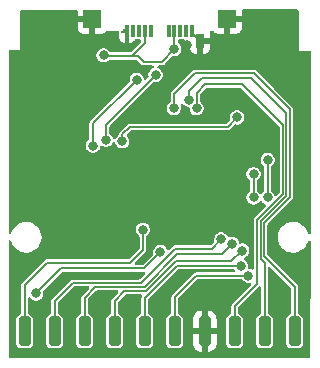
<source format=gbl>
G04 #@! TF.GenerationSoftware,KiCad,Pcbnew,9.0.4*
G04 #@! TF.CreationDate,2025-08-29T17:47:37+02:00*
G04 #@! TF.ProjectId,rp2350_gpio_card,72703233-3530-45f6-9770-696f5f636172,X1*
G04 #@! TF.SameCoordinates,Original*
G04 #@! TF.FileFunction,Copper,L2,Bot*
G04 #@! TF.FilePolarity,Positive*
%FSLAX46Y46*%
G04 Gerber Fmt 4.6, Leading zero omitted, Abs format (unit mm)*
G04 Created by KiCad (PCBNEW 9.0.4) date 2025-08-29 17:47:37*
%MOMM*%
%LPD*%
G01*
G04 APERTURE LIST*
G04 Aperture macros list*
%AMRoundRect*
0 Rectangle with rounded corners*
0 $1 Rounding radius*
0 $2 $3 $4 $5 $6 $7 $8 $9 X,Y pos of 4 corners*
0 Add a 4 corners polygon primitive as box body*
4,1,4,$2,$3,$4,$5,$6,$7,$8,$9,$2,$3,0*
0 Add four circle primitives for the rounded corners*
1,1,$1+$1,$2,$3*
1,1,$1+$1,$4,$5*
1,1,$1+$1,$6,$7*
1,1,$1+$1,$8,$9*
0 Add four rect primitives between the rounded corners*
20,1,$1+$1,$2,$3,$4,$5,0*
20,1,$1+$1,$4,$5,$6,$7,0*
20,1,$1+$1,$6,$7,$8,$9,0*
20,1,$1+$1,$8,$9,$2,$3,0*%
G04 Aperture macros list end*
G04 #@! TA.AperFunction,SMDPad,CuDef*
%ADD10R,0.380000X1.000000*%
G04 #@! TD*
G04 #@! TA.AperFunction,SMDPad,CuDef*
%ADD11R,0.700000X1.150000*%
G04 #@! TD*
G04 #@! TA.AperFunction,ComponentPad*
%ADD12C,0.600000*%
G04 #@! TD*
G04 #@! TA.AperFunction,SMDPad,CuDef*
%ADD13R,1.500000X1.500000*%
G04 #@! TD*
G04 #@! TA.AperFunction,SMDPad,CuDef*
%ADD14RoundRect,0.250000X-0.250000X1.000000X-0.250000X-1.000000X0.250000X-1.000000X0.250000X1.000000X0*%
G04 #@! TD*
G04 #@! TA.AperFunction,ViaPad*
%ADD15C,0.800000*%
G04 #@! TD*
G04 #@! TA.AperFunction,ViaPad*
%ADD16C,0.500000*%
G04 #@! TD*
G04 #@! TA.AperFunction,Conductor*
%ADD17C,0.152400*%
G04 #@! TD*
G04 #@! TA.AperFunction,Conductor*
%ADD18C,0.200000*%
G04 #@! TD*
G04 APERTURE END LIST*
D10*
G04 #@! TO.P,P1,B1,GND*
G04 #@! TO.N,GND*
X106305183Y-54186434D03*
G04 #@! TO.P,P1,B2*
G04 #@! TO.N,N/C*
X105805183Y-54186434D03*
G04 #@! TO.P,P1,B3*
X105305183Y-54186434D03*
G04 #@! TO.P,P1,B4,VBUS*
G04 #@! TO.N,VBUS*
X104805183Y-54186434D03*
G04 #@! TO.P,P1,B5,VCONN*
G04 #@! TO.N,unconnected-(P1-VCONN-PadB5)*
X104305183Y-54186434D03*
G04 #@! TO.P,P1,B8*
G04 #@! TO.N,N/C*
X102805183Y-54186434D03*
G04 #@! TO.P,P1,B9,VBUS*
G04 #@! TO.N,VBUS*
X102305183Y-54186434D03*
G04 #@! TO.P,P1,B10*
G04 #@! TO.N,N/C*
X101805183Y-54186434D03*
G04 #@! TO.P,P1,B11*
X101305183Y-54186434D03*
G04 #@! TO.P,P1,B12,GND*
G04 #@! TO.N,GND*
X100805183Y-54186434D03*
D11*
G04 #@! TO.P,P1,S1,SHIELD*
X106975183Y-55026434D03*
G04 #@! TD*
D12*
G04 #@! TO.P,U1,61,GND*
G04 #@! TO.N,GND*
X105380183Y-68171434D03*
X106755183Y-68171434D03*
X108130183Y-68171434D03*
X105380183Y-66796434D03*
X106755183Y-66796434D03*
X108130183Y-66796434D03*
X105380183Y-65421434D03*
X106755183Y-65421434D03*
X108130183Y-65421434D03*
G04 #@! TD*
D13*
G04 #@! TO.P,TP3,1,1*
G04 #@! TO.N,GND*
X97855183Y-53146434D03*
G04 #@! TD*
G04 #@! TO.P,TP4,1,1*
G04 #@! TO.N,GND*
X109255183Y-53146434D03*
G04 #@! TD*
D14*
G04 #@! TO.P,J1,1,Pin_1*
G04 #@! TO.N,/QSPI_SS*
X92125183Y-79600000D03*
G04 #@! TO.P,J1,2,Pin_2*
G04 #@! TO.N,/GPIO9*
X94665183Y-79600000D03*
G04 #@! TO.P,J1,3,Pin_3*
G04 #@! TO.N,/GPIO10*
X97205183Y-79600000D03*
G04 #@! TO.P,J1,4,Pin_4*
G04 #@! TO.N,/GPIO11*
X99745183Y-79600000D03*
G04 #@! TO.P,J1,5,Pin_5*
G04 #@! TO.N,/GPIO12*
X102285183Y-79600000D03*
G04 #@! TO.P,J1,6,Pin_6*
G04 #@! TO.N,/GPIO13*
X104825183Y-79600000D03*
G04 #@! TO.P,J1,7,Pin_7*
G04 #@! TO.N,GND*
X107365183Y-79600000D03*
G04 #@! TO.P,J1,8,Pin_8*
G04 #@! TO.N,/GPIO27_ADC1*
X109905183Y-79600000D03*
G04 #@! TO.P,J1,9,Pin_9*
G04 #@! TO.N,/GPIO28_ADC2*
X112445183Y-79600000D03*
G04 #@! TO.P,J1,10,Pin_10*
G04 #@! TO.N,/GPIO29_ADC3*
X114985183Y-79600000D03*
G04 #@! TD*
D15*
G04 #@! TO.N,+1V1*
X110100000Y-61500000D03*
X100382403Y-63516978D03*
G04 #@! TO.N,VBUS*
X104800000Y-55700000D03*
X98800000Y-56246434D03*
G04 #@! TO.N,+3.3V*
X112700000Y-68272634D03*
X112700000Y-65100000D03*
G04 #@! TO.N,/GPIO27_ADC1*
X106685028Y-60729793D03*
G04 #@! TO.N,/GPIO29_ADC3*
X104755183Y-60700000D03*
G04 #@! TO.N,/GPIO11*
X110555183Y-72771434D03*
G04 #@! TO.N,/QSPI_SS*
X102130183Y-70996434D03*
G04 #@! TO.N,/RUN*
X111500000Y-66300000D03*
X111500000Y-68272634D03*
G04 #@! TO.N,/GPIO10*
X109680183Y-72196434D03*
G04 #@! TO.N,/GPIO9*
X108755502Y-71815683D03*
G04 #@! TO.N,/GPIO28_ADC2*
X106005183Y-59996434D03*
G04 #@! TO.N,/GPIO0*
X103601588Y-72897192D03*
X93100000Y-76400000D03*
G04 #@! TO.N,/USB_D+*
X101600000Y-58300000D03*
X97900000Y-63900000D03*
G04 #@! TO.N,/USB_D-*
X103200000Y-57900000D03*
X99000000Y-63400000D03*
G04 #@! TO.N,/GPIO13*
X111055183Y-74896434D03*
G04 #@! TO.N,/GPIO12*
X110405183Y-74046434D03*
D16*
G04 #@! TO.N,GND*
X97413183Y-52717934D03*
X97413183Y-53606934D03*
X109732183Y-52717934D03*
X109732183Y-53606934D03*
X98302183Y-53606934D03*
D15*
X105400000Y-57700000D03*
X113180183Y-57596434D03*
X115293837Y-67562455D03*
X98005183Y-69996434D03*
D16*
X108779683Y-52717934D03*
X98302183Y-52717934D03*
D15*
X103000000Y-60800000D03*
D16*
X108779683Y-53606934D03*
D15*
X113800000Y-76100000D03*
X93920000Y-63620000D03*
X105900000Y-55400000D03*
X92200000Y-68400000D03*
X97630183Y-57546434D03*
X100835997Y-61643989D03*
G04 #@! TD*
D17*
G04 #@! TO.N,+1V1*
X101000000Y-62300000D02*
X100382403Y-62917597D01*
X110100000Y-61500000D02*
X109300000Y-62300000D01*
X100382403Y-62917597D02*
X100382403Y-63516978D01*
X100382403Y-63516978D02*
X100316978Y-63516978D01*
X109300000Y-62300000D02*
X101000000Y-62300000D01*
D18*
G04 #@! TO.N,VBUS*
X102200000Y-56800000D02*
X101700000Y-56300000D01*
X102300000Y-55189634D02*
X102305183Y-55194817D01*
X103742294Y-56800000D02*
X102200000Y-56800000D01*
D17*
X104805183Y-54186434D02*
X104805183Y-55694817D01*
X102305183Y-54186434D02*
X102305183Y-54994817D01*
X104800000Y-55700000D02*
X104800000Y-55742294D01*
X104805183Y-55694817D02*
X104800000Y-55700000D01*
D18*
X98853566Y-56300000D02*
X98800000Y-56246434D01*
D17*
X102305183Y-54994817D02*
X102300000Y-55000000D01*
D18*
X101700000Y-56300000D02*
X98853566Y-56300000D01*
X102305183Y-55194817D02*
X101200000Y-56300000D01*
X102300000Y-55000000D02*
X102300000Y-55189634D01*
X104800000Y-55742294D02*
X103742294Y-56800000D01*
D17*
G04 #@! TO.N,+3.3V*
X112700000Y-68272634D02*
X112700000Y-65100000D01*
G04 #@! TO.N,/GPIO27_ADC1*
X106682383Y-60726940D02*
X106685028Y-60729585D01*
X106685028Y-60729585D02*
X106685028Y-60729793D01*
X107405183Y-58696434D02*
X106682383Y-59419234D01*
X109905183Y-77471434D02*
X111800000Y-75576617D01*
X111800000Y-75576617D02*
X111800000Y-70200000D01*
X109905183Y-80196434D02*
X109905183Y-77471434D01*
X113994383Y-62135634D02*
X110555183Y-58696434D01*
X113994383Y-68005617D02*
X113994383Y-62135634D01*
X111800000Y-70200000D02*
X113994383Y-68005617D01*
X110555183Y-58696434D02*
X107405183Y-58696434D01*
X106682383Y-59419234D02*
X106682383Y-60726940D01*
G04 #@! TO.N,/GPIO29_ADC3*
X111505183Y-57746434D02*
X114555183Y-60796434D01*
X112400000Y-70411288D02*
X112400000Y-73241251D01*
X104755183Y-59546434D02*
X106555183Y-57746434D01*
X112400000Y-73241251D02*
X114985183Y-75826434D01*
X106555183Y-57746434D02*
X111505183Y-57746434D01*
X114985183Y-75826434D02*
X114985183Y-80196434D01*
X114555183Y-60796434D02*
X114555183Y-68256105D01*
X104755183Y-60700000D02*
X104755183Y-59546434D01*
X114555183Y-68256105D02*
X112400000Y-70411288D01*
G04 #@! TO.N,/GPIO11*
X104906966Y-73693034D02*
X102403566Y-76196434D01*
X99745183Y-77006434D02*
X99745183Y-80196434D01*
X102403566Y-76196434D02*
X100555183Y-76196434D01*
X100555183Y-76196434D02*
X99745183Y-77006434D01*
X109633583Y-73693034D02*
X104906966Y-73693034D01*
X110555183Y-72771434D02*
X109633583Y-73693034D01*
G04 #@! TO.N,/QSPI_SS*
X93993911Y-73800000D02*
X92125183Y-75668728D01*
X101076617Y-73800000D02*
X93993911Y-73800000D01*
X92125183Y-75668728D02*
X92125183Y-80196434D01*
X102130183Y-72746434D02*
X101076617Y-73800000D01*
X102130183Y-70996434D02*
X102130183Y-72746434D01*
G04 #@! TO.N,/RUN*
X111500000Y-66300000D02*
X111500000Y-68272634D01*
G04 #@! TO.N,/GPIO10*
X97205183Y-76746434D02*
X97205183Y-80196434D01*
X109680183Y-72196434D02*
X109680183Y-72205729D01*
X109680183Y-72205729D02*
X108789478Y-73096434D01*
X108789478Y-73096434D02*
X105028720Y-73096434D01*
X105028720Y-73096434D02*
X102282120Y-75843034D01*
X98108583Y-75843034D02*
X97205183Y-76746434D01*
X102282120Y-75843034D02*
X98108583Y-75843034D01*
G04 #@! TO.N,/GPIO9*
X101955289Y-75500000D02*
X96201617Y-75500000D01*
X94665183Y-77036434D02*
X94665183Y-80196434D01*
X104855289Y-72600000D02*
X101955289Y-75500000D01*
X108755502Y-71815683D02*
X107971185Y-72600000D01*
X107971185Y-72600000D02*
X104855289Y-72600000D01*
X96201617Y-75500000D02*
X94665183Y-77036434D01*
G04 #@! TO.N,/GPIO28_ADC2*
X107150113Y-58146434D02*
X111255183Y-58146434D01*
X112119600Y-73510851D02*
X112445183Y-73836434D01*
X111255183Y-58146434D02*
X114274783Y-61166034D01*
X106005183Y-59291364D02*
X107150113Y-58146434D01*
X112445183Y-73836434D02*
X112445183Y-80196434D01*
X112119600Y-70295143D02*
X112119600Y-73510851D01*
X114274783Y-68139959D02*
X112119600Y-70295143D01*
X114274783Y-61166034D02*
X114274783Y-68139959D01*
X106005183Y-59996434D02*
X106005183Y-59291364D01*
G04 #@! TO.N,/GPIO0*
X103601588Y-72897192D02*
X102221946Y-74276834D01*
X102221946Y-74276834D02*
X95223166Y-74276834D01*
X95223166Y-74276834D02*
X93100000Y-76400000D01*
D18*
G04 #@! TO.N,/USB_D+*
X101600000Y-58300000D02*
X97900000Y-62000000D01*
X97900000Y-62000000D02*
X97900000Y-63900000D01*
G04 #@! TO.N,/USB_D-*
X101000420Y-60099580D02*
X99000000Y-62100000D01*
X101008749Y-60099580D02*
X101000420Y-60099580D01*
X99000000Y-62100000D02*
X99000000Y-63400000D01*
X103200000Y-57900000D02*
X103200000Y-57908329D01*
X103200000Y-57908329D02*
X101008749Y-60099580D01*
D17*
G04 #@! TO.N,/GPIO13*
X104825183Y-76726434D02*
X104825183Y-80196434D01*
X106655183Y-74896434D02*
X104825183Y-76726434D01*
X111055183Y-74896434D02*
X106655183Y-74896434D01*
G04 #@! TO.N,/GPIO12*
X102285183Y-80196434D02*
X102285183Y-76816434D01*
X102285183Y-76816434D02*
X105055183Y-74046434D01*
X110405183Y-74046434D02*
X105055183Y-74046434D01*
G04 #@! TO.N,GND*
X106305183Y-54356434D02*
X106975183Y-55026434D01*
X106305183Y-54186434D02*
X106305183Y-54356434D01*
G04 #@! TD*
G04 #@! TA.AperFunction,Conductor*
G04 #@! TO.N,GND*
G36*
X115250053Y-52364590D02*
G01*
X115295920Y-52417297D01*
X115307223Y-52467302D01*
X115355497Y-55894787D01*
X115355498Y-55894788D01*
X116281019Y-55894788D01*
X116348058Y-55914473D01*
X116393813Y-55967277D01*
X116405018Y-56019266D01*
X116346345Y-71244830D01*
X116326402Y-71311793D01*
X116273422Y-71357344D01*
X116204226Y-71367021D01*
X116140783Y-71337751D01*
X116104415Y-71282670D01*
X116082487Y-71215183D01*
X116060403Y-71147215D01*
X115967470Y-70964824D01*
X115959739Y-70954183D01*
X115847154Y-70799220D01*
X115702396Y-70654462D01*
X115536796Y-70534149D01*
X115536795Y-70534148D01*
X115536793Y-70534147D01*
X115479836Y-70505125D01*
X115354406Y-70441215D01*
X115159717Y-70377956D01*
X114985178Y-70350312D01*
X114957535Y-70345934D01*
X114752831Y-70345934D01*
X114728512Y-70349785D01*
X114550648Y-70377956D01*
X114355959Y-70441215D01*
X114173569Y-70534149D01*
X114007969Y-70654462D01*
X113863211Y-70799220D01*
X113742898Y-70964820D01*
X113649964Y-71147210D01*
X113586705Y-71341899D01*
X113554683Y-71544082D01*
X113554683Y-71748785D01*
X113586705Y-71950968D01*
X113649964Y-72145657D01*
X113683697Y-72211860D01*
X113726921Y-72296692D01*
X113742898Y-72328047D01*
X113863211Y-72493647D01*
X114007969Y-72638405D01*
X114162932Y-72750990D01*
X114173573Y-72758721D01*
X114287756Y-72816900D01*
X114355959Y-72851652D01*
X114355961Y-72851652D01*
X114355964Y-72851654D01*
X114455432Y-72883973D01*
X114550648Y-72914911D01*
X114651740Y-72930922D01*
X114752831Y-72946934D01*
X114752832Y-72946934D01*
X114957534Y-72946934D01*
X114957535Y-72946934D01*
X115159717Y-72914911D01*
X115354402Y-72851654D01*
X115356687Y-72850490D01*
X115359010Y-72849306D01*
X115536793Y-72758721D01*
X115647777Y-72678087D01*
X115702396Y-72638405D01*
X115702398Y-72638402D01*
X115702402Y-72638400D01*
X115847149Y-72493653D01*
X115847151Y-72493649D01*
X115847154Y-72493647D01*
X115903078Y-72416673D01*
X115967470Y-72328044D01*
X116060403Y-72145653D01*
X116101280Y-72019846D01*
X116140716Y-71962173D01*
X116205075Y-71934974D01*
X116273921Y-71946889D01*
X116325397Y-71994133D01*
X116343209Y-72058644D01*
X116305973Y-81721507D01*
X116286030Y-81788470D01*
X116233050Y-81834021D01*
X116182217Y-81845029D01*
X90879741Y-81894544D01*
X90812663Y-81874990D01*
X90766805Y-81822276D01*
X90755498Y-81770544D01*
X90755498Y-78545730D01*
X91424683Y-78545730D01*
X91424683Y-80654269D01*
X91427536Y-80684699D01*
X91427536Y-80684701D01*
X91472389Y-80812880D01*
X91472390Y-80812882D01*
X91553033Y-80922150D01*
X91662301Y-81002793D01*
X91705028Y-81017744D01*
X91790482Y-81047646D01*
X91820913Y-81050500D01*
X91820917Y-81050500D01*
X92429453Y-81050500D01*
X92459882Y-81047646D01*
X92459884Y-81047646D01*
X92523973Y-81025219D01*
X92588065Y-81002793D01*
X92697333Y-80922150D01*
X92777976Y-80812882D01*
X92800402Y-80748790D01*
X92822829Y-80684701D01*
X92822829Y-80684699D01*
X92825683Y-80654269D01*
X92825683Y-78545730D01*
X92822829Y-78515300D01*
X92822829Y-78515298D01*
X92777976Y-78387119D01*
X92777975Y-78387117D01*
X92697333Y-78277850D01*
X92588065Y-78197207D01*
X92484927Y-78161117D01*
X92428152Y-78120395D01*
X92402405Y-78055442D01*
X92401883Y-78044076D01*
X92401883Y-76850429D01*
X92421568Y-76783390D01*
X92474372Y-76737635D01*
X92543530Y-76727691D01*
X92607086Y-76756716D01*
X92613338Y-76763363D01*
X92613733Y-76762969D01*
X92619480Y-76768716D01*
X92731284Y-76880520D01*
X92731286Y-76880521D01*
X92731290Y-76880524D01*
X92818800Y-76931047D01*
X92868216Y-76959577D01*
X93020943Y-77000500D01*
X93020945Y-77000500D01*
X93179055Y-77000500D01*
X93179057Y-77000500D01*
X93331784Y-76959577D01*
X93468716Y-76880520D01*
X93580520Y-76768716D01*
X93659577Y-76631784D01*
X93700500Y-76479057D01*
X93700500Y-76320943D01*
X93691529Y-76287463D01*
X93693190Y-76217615D01*
X93723620Y-76167691D01*
X95301460Y-74589853D01*
X95362783Y-74556368D01*
X95389141Y-74553534D01*
X102211080Y-74553534D01*
X102278119Y-74573219D01*
X102323874Y-74626023D01*
X102333818Y-74695181D01*
X102304793Y-74758737D01*
X102298761Y-74765215D01*
X101876995Y-75186981D01*
X101815672Y-75220466D01*
X101789314Y-75223300D01*
X96165183Y-75223300D01*
X96094813Y-75242155D01*
X96094812Y-75242155D01*
X96031724Y-75278581D01*
X96031715Y-75278587D01*
X94443770Y-76866532D01*
X94443764Y-76866541D01*
X94407340Y-76929627D01*
X94407339Y-76929631D01*
X94397099Y-76967849D01*
X94393198Y-76982409D01*
X94388483Y-77000005D01*
X94388483Y-78044076D01*
X94368798Y-78111115D01*
X94315994Y-78156870D01*
X94305439Y-78161117D01*
X94202300Y-78197207D01*
X94093033Y-78277850D01*
X94012390Y-78387117D01*
X94012389Y-78387119D01*
X93967536Y-78515298D01*
X93967536Y-78515300D01*
X93964683Y-78545730D01*
X93964683Y-80654269D01*
X93967536Y-80684699D01*
X93967536Y-80684701D01*
X94012389Y-80812880D01*
X94012390Y-80812882D01*
X94093033Y-80922150D01*
X94202301Y-81002793D01*
X94245028Y-81017744D01*
X94330482Y-81047646D01*
X94360913Y-81050500D01*
X94360917Y-81050500D01*
X94969453Y-81050500D01*
X94999882Y-81047646D01*
X94999884Y-81047646D01*
X95063973Y-81025219D01*
X95128065Y-81002793D01*
X95237333Y-80922150D01*
X95317976Y-80812882D01*
X95340402Y-80748790D01*
X95362829Y-80684701D01*
X95362829Y-80684699D01*
X95365683Y-80654269D01*
X95365683Y-78545730D01*
X95362829Y-78515300D01*
X95362829Y-78515298D01*
X95317976Y-78387119D01*
X95317975Y-78387117D01*
X95237333Y-78277850D01*
X95128065Y-78197207D01*
X95024927Y-78161117D01*
X94968152Y-78120395D01*
X94942405Y-78055442D01*
X94941883Y-78044076D01*
X94941883Y-77202409D01*
X94961568Y-77135370D01*
X94978202Y-77114728D01*
X96279911Y-75813019D01*
X96341234Y-75779534D01*
X96367592Y-75776700D01*
X97484242Y-75776700D01*
X97551281Y-75796385D01*
X97597036Y-75849189D01*
X97606980Y-75918347D01*
X97577955Y-75981903D01*
X97571923Y-75988381D01*
X96983770Y-76576532D01*
X96983768Y-76576535D01*
X96947337Y-76639633D01*
X96943114Y-76655396D01*
X96943114Y-76655398D01*
X96928483Y-76710002D01*
X96928483Y-78044076D01*
X96908798Y-78111115D01*
X96855994Y-78156870D01*
X96845439Y-78161117D01*
X96742300Y-78197207D01*
X96633033Y-78277850D01*
X96552390Y-78387117D01*
X96552389Y-78387119D01*
X96507536Y-78515298D01*
X96507536Y-78515300D01*
X96504683Y-78545730D01*
X96504683Y-80654269D01*
X96507536Y-80684699D01*
X96507536Y-80684701D01*
X96552389Y-80812880D01*
X96552390Y-80812882D01*
X96633033Y-80922150D01*
X96742301Y-81002793D01*
X96785028Y-81017744D01*
X96870482Y-81047646D01*
X96900913Y-81050500D01*
X96900917Y-81050500D01*
X97509453Y-81050500D01*
X97539882Y-81047646D01*
X97539884Y-81047646D01*
X97603973Y-81025219D01*
X97668065Y-81002793D01*
X97777333Y-80922150D01*
X97857976Y-80812882D01*
X97880402Y-80748790D01*
X97902829Y-80684701D01*
X97902829Y-80684699D01*
X97905683Y-80654269D01*
X97905683Y-78545730D01*
X97902829Y-78515300D01*
X97902829Y-78515298D01*
X97857976Y-78387119D01*
X97857975Y-78387117D01*
X97777333Y-78277850D01*
X97668065Y-78197207D01*
X97564927Y-78161117D01*
X97508152Y-78120395D01*
X97482405Y-78055442D01*
X97481883Y-78044076D01*
X97481883Y-76912409D01*
X97501568Y-76845370D01*
X97518202Y-76824728D01*
X98186877Y-76156053D01*
X98248200Y-76122568D01*
X98274558Y-76119734D01*
X99941208Y-76119734D01*
X100008247Y-76139419D01*
X100054002Y-76192223D01*
X100063946Y-76261381D01*
X100034921Y-76324937D01*
X100028889Y-76331415D01*
X99523770Y-76836532D01*
X99523768Y-76836535D01*
X99487337Y-76899633D01*
X99483114Y-76915396D01*
X99483114Y-76915398D01*
X99468483Y-76970002D01*
X99468483Y-78044076D01*
X99448798Y-78111115D01*
X99395994Y-78156870D01*
X99385439Y-78161117D01*
X99282300Y-78197207D01*
X99173033Y-78277850D01*
X99092390Y-78387117D01*
X99092389Y-78387119D01*
X99047536Y-78515298D01*
X99047536Y-78515300D01*
X99044683Y-78545730D01*
X99044683Y-80654269D01*
X99047536Y-80684699D01*
X99047536Y-80684701D01*
X99092389Y-80812880D01*
X99092390Y-80812882D01*
X99173033Y-80922150D01*
X99282301Y-81002793D01*
X99325028Y-81017744D01*
X99410482Y-81047646D01*
X99440913Y-81050500D01*
X99440917Y-81050500D01*
X100049453Y-81050500D01*
X100079882Y-81047646D01*
X100079884Y-81047646D01*
X100143973Y-81025219D01*
X100208065Y-81002793D01*
X100317333Y-80922150D01*
X100397976Y-80812882D01*
X100420402Y-80748790D01*
X100442829Y-80684701D01*
X100442829Y-80684699D01*
X100445683Y-80654269D01*
X100445683Y-78545730D01*
X100442829Y-78515300D01*
X100442829Y-78515298D01*
X100397976Y-78387119D01*
X100397975Y-78387117D01*
X100317333Y-78277850D01*
X100208065Y-78197207D01*
X100104927Y-78161117D01*
X100048152Y-78120395D01*
X100022405Y-78055442D01*
X100021883Y-78044076D01*
X100021883Y-77172409D01*
X100041568Y-77105370D01*
X100058202Y-77084728D01*
X100633477Y-76509453D01*
X100694800Y-76475968D01*
X100721158Y-76473134D01*
X101949107Y-76473134D01*
X101980440Y-76482334D01*
X102012116Y-76490336D01*
X102013792Y-76492127D01*
X102016146Y-76492819D01*
X102037528Y-76517495D01*
X102059853Y-76541355D01*
X102060294Y-76543769D01*
X102061901Y-76545623D01*
X102066549Y-76577948D01*
X102072429Y-76610083D01*
X102071555Y-76612770D01*
X102071845Y-76614781D01*
X102063785Y-76644303D01*
X102060633Y-76651965D01*
X102027339Y-76709631D01*
X102011508Y-76768716D01*
X102009446Y-76776411D01*
X102009443Y-76776419D01*
X102008483Y-76780003D01*
X102008483Y-78044076D01*
X101988798Y-78111115D01*
X101935994Y-78156870D01*
X101925439Y-78161117D01*
X101822300Y-78197207D01*
X101713033Y-78277850D01*
X101632390Y-78387117D01*
X101632389Y-78387119D01*
X101587536Y-78515298D01*
X101587536Y-78515300D01*
X101584683Y-78545730D01*
X101584683Y-80654269D01*
X101587536Y-80684699D01*
X101587536Y-80684701D01*
X101632389Y-80812880D01*
X101632390Y-80812882D01*
X101713033Y-80922150D01*
X101822301Y-81002793D01*
X101865028Y-81017744D01*
X101950482Y-81047646D01*
X101980913Y-81050500D01*
X101980917Y-81050500D01*
X102589453Y-81050500D01*
X102619882Y-81047646D01*
X102619884Y-81047646D01*
X102683973Y-81025219D01*
X102748065Y-81002793D01*
X102857333Y-80922150D01*
X102937976Y-80812882D01*
X102960402Y-80748790D01*
X102982829Y-80684701D01*
X102982829Y-80684699D01*
X102985683Y-80654269D01*
X102985683Y-78545730D01*
X102982829Y-78515300D01*
X102982829Y-78515298D01*
X102937976Y-78387119D01*
X102937975Y-78387117D01*
X102857333Y-78277850D01*
X102748065Y-78197207D01*
X102644927Y-78161117D01*
X102588152Y-78120395D01*
X102562405Y-78055442D01*
X102561883Y-78044076D01*
X102561883Y-76982409D01*
X102581568Y-76915370D01*
X102598202Y-76894728D01*
X105133477Y-74359453D01*
X105194800Y-74325968D01*
X105221158Y-74323134D01*
X109799946Y-74323134D01*
X109809491Y-74325936D01*
X109819359Y-74324663D01*
X109842457Y-74335617D01*
X109866985Y-74342819D01*
X109875183Y-74351135D01*
X109882490Y-74354601D01*
X109900890Y-74377215D01*
X109905216Y-74381604D01*
X109906310Y-74383362D01*
X109924663Y-74415150D01*
X109928464Y-74418951D01*
X109935469Y-74430204D01*
X109943268Y-74458253D01*
X109953769Y-74485414D01*
X109952517Y-74491518D01*
X109954186Y-74497520D01*
X109945581Y-74525334D01*
X109939732Y-74553859D01*
X109935379Y-74558316D01*
X109933538Y-74564269D01*
X109911260Y-74583017D01*
X109890919Y-74603850D01*
X109884517Y-74605524D01*
X109880080Y-74609259D01*
X109860655Y-74611766D01*
X109830199Y-74619734D01*
X106618749Y-74619734D01*
X106548379Y-74638589D01*
X106548378Y-74638589D01*
X106485290Y-74675015D01*
X106485281Y-74675021D01*
X104603770Y-76556532D01*
X104603768Y-76556535D01*
X104567337Y-76619633D01*
X104563114Y-76635396D01*
X104563114Y-76635398D01*
X104548483Y-76690002D01*
X104548483Y-78044076D01*
X104528798Y-78111115D01*
X104475994Y-78156870D01*
X104465439Y-78161117D01*
X104362300Y-78197207D01*
X104253033Y-78277850D01*
X104172390Y-78387117D01*
X104172389Y-78387119D01*
X104127536Y-78515298D01*
X104127536Y-78515300D01*
X104124683Y-78545730D01*
X104124683Y-80654269D01*
X104127536Y-80684699D01*
X104127536Y-80684701D01*
X104172389Y-80812880D01*
X104172390Y-80812882D01*
X104253033Y-80922150D01*
X104362301Y-81002793D01*
X104405028Y-81017744D01*
X104490482Y-81047646D01*
X104520913Y-81050500D01*
X104520917Y-81050500D01*
X105129453Y-81050500D01*
X105159882Y-81047646D01*
X105159884Y-81047646D01*
X105223973Y-81025219D01*
X105288065Y-81002793D01*
X105397333Y-80922150D01*
X105477976Y-80812882D01*
X105500402Y-80748790D01*
X105522829Y-80684701D01*
X105522829Y-80684699D01*
X105525683Y-80654269D01*
X105525683Y-80649986D01*
X106365184Y-80649986D01*
X106375677Y-80752697D01*
X106430824Y-80919119D01*
X106430826Y-80919124D01*
X106522867Y-81068345D01*
X106646837Y-81192315D01*
X106796058Y-81284356D01*
X106796063Y-81284358D01*
X106962485Y-81339505D01*
X106962492Y-81339506D01*
X107065202Y-81349999D01*
X107615183Y-81349999D01*
X107665155Y-81349999D01*
X107665169Y-81349998D01*
X107767880Y-81339505D01*
X107934302Y-81284358D01*
X107934307Y-81284356D01*
X108083528Y-81192315D01*
X108207498Y-81068345D01*
X108299539Y-80919124D01*
X108299541Y-80919119D01*
X108354688Y-80752697D01*
X108354689Y-80752690D01*
X108365182Y-80649986D01*
X108365183Y-80649973D01*
X108365183Y-79850000D01*
X107615183Y-79850000D01*
X107615183Y-81349999D01*
X107065202Y-81349999D01*
X107115182Y-81349998D01*
X107115183Y-81349998D01*
X107115183Y-79850000D01*
X106365184Y-79850000D01*
X106365184Y-80649986D01*
X105525683Y-80649986D01*
X105525683Y-78550013D01*
X106365183Y-78550013D01*
X106365183Y-79350000D01*
X107115183Y-79350000D01*
X107615183Y-79350000D01*
X108365182Y-79350000D01*
X108365182Y-78550028D01*
X108365181Y-78550013D01*
X108354688Y-78447302D01*
X108299541Y-78280880D01*
X108299539Y-78280875D01*
X108207498Y-78131654D01*
X108083528Y-78007684D01*
X107934307Y-77915643D01*
X107934302Y-77915641D01*
X107767880Y-77860494D01*
X107767873Y-77860493D01*
X107665169Y-77850000D01*
X107615183Y-77850000D01*
X107615183Y-79350000D01*
X107115183Y-79350000D01*
X107115183Y-77850000D01*
X107115182Y-77849999D01*
X107065212Y-77850000D01*
X107065194Y-77850001D01*
X106962485Y-77860494D01*
X106796063Y-77915641D01*
X106796058Y-77915643D01*
X106646837Y-78007684D01*
X106522867Y-78131654D01*
X106430826Y-78280875D01*
X106430824Y-78280880D01*
X106375677Y-78447302D01*
X106375676Y-78447309D01*
X106365183Y-78550013D01*
X105525683Y-78550013D01*
X105525683Y-78545730D01*
X105522829Y-78515300D01*
X105522829Y-78515298D01*
X105477976Y-78387119D01*
X105477975Y-78387117D01*
X105397333Y-78277850D01*
X105288065Y-78197207D01*
X105184927Y-78161117D01*
X105128152Y-78120395D01*
X105102405Y-78055442D01*
X105101883Y-78044076D01*
X105101883Y-76892409D01*
X105121568Y-76825370D01*
X105138202Y-76804728D01*
X106733477Y-75209453D01*
X106794800Y-75175968D01*
X106821158Y-75173134D01*
X110449946Y-75173134D01*
X110516985Y-75192819D01*
X110557333Y-75235134D01*
X110574660Y-75265146D01*
X110574662Y-75265149D01*
X110574663Y-75265150D01*
X110686467Y-75376954D01*
X110686469Y-75376955D01*
X110686473Y-75376958D01*
X110823392Y-75456007D01*
X110823399Y-75456011D01*
X110976126Y-75496934D01*
X110976128Y-75496934D01*
X111134238Y-75496934D01*
X111134240Y-75496934D01*
X111170985Y-75487088D01*
X111240834Y-75488750D01*
X111298697Y-75527911D01*
X111326202Y-75592139D01*
X111314616Y-75661042D01*
X111290760Y-75694543D01*
X109683770Y-77301532D01*
X109683768Y-77301535D01*
X109647337Y-77364633D01*
X109643114Y-77380396D01*
X109643114Y-77380398D01*
X109628483Y-77435002D01*
X109628483Y-78044076D01*
X109608798Y-78111115D01*
X109555994Y-78156870D01*
X109545439Y-78161117D01*
X109442300Y-78197207D01*
X109333033Y-78277850D01*
X109252390Y-78387117D01*
X109252389Y-78387119D01*
X109207536Y-78515298D01*
X109207536Y-78515300D01*
X109204683Y-78545730D01*
X109204683Y-80654269D01*
X109207536Y-80684699D01*
X109207536Y-80684701D01*
X109252389Y-80812880D01*
X109252390Y-80812882D01*
X109333033Y-80922150D01*
X109442301Y-81002793D01*
X109485028Y-81017744D01*
X109570482Y-81047646D01*
X109600913Y-81050500D01*
X109600917Y-81050500D01*
X110209453Y-81050500D01*
X110239882Y-81047646D01*
X110239884Y-81047646D01*
X110303973Y-81025219D01*
X110368065Y-81002793D01*
X110477333Y-80922150D01*
X110557976Y-80812882D01*
X110580402Y-80748790D01*
X110602829Y-80684701D01*
X110602829Y-80684699D01*
X110605683Y-80654269D01*
X110605683Y-78545730D01*
X110602829Y-78515300D01*
X110602829Y-78515298D01*
X110557976Y-78387119D01*
X110557975Y-78387117D01*
X110477333Y-78277850D01*
X110368065Y-78197207D01*
X110264927Y-78161117D01*
X110208152Y-78120395D01*
X110182405Y-78055442D01*
X110181883Y-78044076D01*
X110181883Y-77637409D01*
X110201568Y-77570370D01*
X110218202Y-77549728D01*
X111956802Y-75811128D01*
X112018125Y-75777643D01*
X112087817Y-75782627D01*
X112143750Y-75824499D01*
X112168167Y-75889963D01*
X112168483Y-75898809D01*
X112168483Y-78044076D01*
X112148798Y-78111115D01*
X112095994Y-78156870D01*
X112085439Y-78161117D01*
X111982300Y-78197207D01*
X111873033Y-78277850D01*
X111792390Y-78387117D01*
X111792389Y-78387119D01*
X111747536Y-78515298D01*
X111747536Y-78515300D01*
X111744683Y-78545730D01*
X111744683Y-80654269D01*
X111747536Y-80684699D01*
X111747536Y-80684701D01*
X111792389Y-80812880D01*
X111792390Y-80812882D01*
X111873033Y-80922150D01*
X111982301Y-81002793D01*
X112025028Y-81017744D01*
X112110482Y-81047646D01*
X112140913Y-81050500D01*
X112140917Y-81050500D01*
X112749453Y-81050500D01*
X112779882Y-81047646D01*
X112779884Y-81047646D01*
X112843973Y-81025219D01*
X112908065Y-81002793D01*
X113017333Y-80922150D01*
X113097976Y-80812882D01*
X113120402Y-80748790D01*
X113142829Y-80684701D01*
X113142829Y-80684699D01*
X113145683Y-80654269D01*
X113145683Y-78545730D01*
X113142829Y-78515300D01*
X113142829Y-78515298D01*
X113097976Y-78387119D01*
X113097975Y-78387117D01*
X113017333Y-78277850D01*
X112908065Y-78197207D01*
X112804927Y-78161117D01*
X112748152Y-78120395D01*
X112722405Y-78055442D01*
X112721883Y-78044076D01*
X112721883Y-74253809D01*
X112741568Y-74186770D01*
X112794372Y-74141015D01*
X112863530Y-74131071D01*
X112927086Y-74160096D01*
X112933564Y-74166128D01*
X114672164Y-75904728D01*
X114705649Y-75966051D01*
X114708483Y-75992409D01*
X114708483Y-78044076D01*
X114688798Y-78111115D01*
X114635994Y-78156870D01*
X114625439Y-78161117D01*
X114522300Y-78197207D01*
X114413033Y-78277850D01*
X114332390Y-78387117D01*
X114332389Y-78387119D01*
X114287536Y-78515298D01*
X114287536Y-78515300D01*
X114284683Y-78545730D01*
X114284683Y-80654269D01*
X114287536Y-80684699D01*
X114287536Y-80684701D01*
X114332389Y-80812880D01*
X114332390Y-80812882D01*
X114413033Y-80922150D01*
X114522301Y-81002793D01*
X114565028Y-81017744D01*
X114650482Y-81047646D01*
X114680913Y-81050500D01*
X114680917Y-81050500D01*
X115289453Y-81050500D01*
X115319882Y-81047646D01*
X115319884Y-81047646D01*
X115383973Y-81025219D01*
X115448065Y-81002793D01*
X115557333Y-80922150D01*
X115637976Y-80812882D01*
X115660402Y-80748790D01*
X115682829Y-80684701D01*
X115682829Y-80684699D01*
X115685683Y-80654269D01*
X115685683Y-78545730D01*
X115682829Y-78515300D01*
X115682829Y-78515298D01*
X115637976Y-78387119D01*
X115637975Y-78387117D01*
X115557333Y-78277850D01*
X115448065Y-78197207D01*
X115344927Y-78161117D01*
X115288152Y-78120395D01*
X115262405Y-78055442D01*
X115261883Y-78044076D01*
X115261883Y-75790009D01*
X115261882Y-75790002D01*
X115247252Y-75735398D01*
X115247251Y-75735396D01*
X115243028Y-75719633D01*
X115222120Y-75683420D01*
X115206598Y-75656536D01*
X115206597Y-75656535D01*
X115206595Y-75656532D01*
X112713019Y-73162956D01*
X112679534Y-73101633D01*
X112676700Y-73075275D01*
X112676700Y-70577263D01*
X112696385Y-70510224D01*
X112713019Y-70489582D01*
X114776595Y-68426006D01*
X114776598Y-68426003D01*
X114792835Y-68397880D01*
X114813027Y-68362909D01*
X114813027Y-68362908D01*
X114831882Y-68292538D01*
X114831883Y-68292532D01*
X114831883Y-60760009D01*
X114831882Y-60760002D01*
X114813027Y-60689632D01*
X114813027Y-60689630D01*
X114776601Y-60626542D01*
X114776598Y-60626536D01*
X114725081Y-60575019D01*
X113218901Y-59068839D01*
X111675084Y-57525021D01*
X111675075Y-57525015D01*
X111611987Y-57488589D01*
X111541616Y-57469734D01*
X111541611Y-57469734D01*
X106518755Y-57469734D01*
X106518753Y-57469734D01*
X106448380Y-57488590D01*
X106429487Y-57499499D01*
X106429485Y-57499500D01*
X106385288Y-57525017D01*
X106385282Y-57525021D01*
X104533770Y-59376532D01*
X104533768Y-59376535D01*
X104497337Y-59439633D01*
X104493114Y-59455396D01*
X104493114Y-59455398D01*
X104478483Y-59510002D01*
X104478483Y-60094763D01*
X104458798Y-60161802D01*
X104416483Y-60202150D01*
X104386470Y-60219477D01*
X104386465Y-60219481D01*
X104274664Y-60331282D01*
X104274658Y-60331290D01*
X104195609Y-60468209D01*
X104195606Y-60468216D01*
X104154683Y-60620943D01*
X104154683Y-60779057D01*
X104162666Y-60808848D01*
X104195606Y-60931783D01*
X104195609Y-60931790D01*
X104274658Y-61068709D01*
X104274662Y-61068714D01*
X104274663Y-61068716D01*
X104386467Y-61180520D01*
X104386469Y-61180521D01*
X104386473Y-61180524D01*
X104523392Y-61259573D01*
X104523399Y-61259577D01*
X104676126Y-61300500D01*
X104676128Y-61300500D01*
X104834238Y-61300500D01*
X104834240Y-61300500D01*
X104986967Y-61259577D01*
X105123899Y-61180520D01*
X105235703Y-61068716D01*
X105314760Y-60931784D01*
X105355683Y-60779057D01*
X105355683Y-60620943D01*
X105319979Y-60487693D01*
X105321642Y-60417847D01*
X105360804Y-60359984D01*
X105425033Y-60332480D01*
X105493935Y-60344066D01*
X105527435Y-60367922D01*
X105636467Y-60476954D01*
X105636469Y-60476955D01*
X105636473Y-60476958D01*
X105773392Y-60556007D01*
X105773399Y-60556011D01*
X105926126Y-60596934D01*
X105926128Y-60596934D01*
X105960528Y-60596934D01*
X106027567Y-60616619D01*
X106073322Y-60669423D01*
X106084528Y-60720934D01*
X106084528Y-60808849D01*
X106125451Y-60961576D01*
X106125454Y-60961583D01*
X106204503Y-61098502D01*
X106204507Y-61098507D01*
X106204508Y-61098509D01*
X106316312Y-61210313D01*
X106316314Y-61210314D01*
X106316318Y-61210317D01*
X106416604Y-61268216D01*
X106453244Y-61289370D01*
X106605971Y-61330293D01*
X106605973Y-61330293D01*
X106764083Y-61330293D01*
X106764085Y-61330293D01*
X106916812Y-61289370D01*
X107053744Y-61210313D01*
X107165548Y-61098509D01*
X107244605Y-60961577D01*
X107285528Y-60808850D01*
X107285528Y-60650736D01*
X107244605Y-60498009D01*
X107167900Y-60365150D01*
X107165552Y-60361083D01*
X107165546Y-60361075D01*
X107053746Y-60249275D01*
X107053744Y-60249273D01*
X107021083Y-60230416D01*
X106972867Y-60179849D01*
X106959083Y-60123029D01*
X106959083Y-59585209D01*
X106978768Y-59518170D01*
X106995402Y-59497528D01*
X107483477Y-59009453D01*
X107544800Y-58975968D01*
X107571158Y-58973134D01*
X110389208Y-58973134D01*
X110456247Y-58992819D01*
X110476889Y-59009453D01*
X113681364Y-62213928D01*
X113714849Y-62275251D01*
X113717683Y-62301609D01*
X113717683Y-67839642D01*
X113697998Y-67906681D01*
X113681364Y-67927323D01*
X113476587Y-68132099D01*
X113415264Y-68165584D01*
X113345572Y-68160600D01*
X113289639Y-68118728D01*
X113269132Y-68076512D01*
X113259577Y-68040850D01*
X113220450Y-67973079D01*
X113180524Y-67903924D01*
X113180518Y-67903916D01*
X113068717Y-67792115D01*
X113068712Y-67792111D01*
X113038700Y-67774784D01*
X112990485Y-67724217D01*
X112976700Y-67667397D01*
X112976700Y-65705236D01*
X112996385Y-65638197D01*
X113038699Y-65597849D01*
X113068716Y-65580520D01*
X113180520Y-65468716D01*
X113259577Y-65331784D01*
X113300500Y-65179057D01*
X113300500Y-65020943D01*
X113259577Y-64868216D01*
X113259573Y-64868209D01*
X113180524Y-64731290D01*
X113180518Y-64731282D01*
X113068717Y-64619481D01*
X113068709Y-64619475D01*
X112931790Y-64540426D01*
X112931786Y-64540424D01*
X112931784Y-64540423D01*
X112779057Y-64499500D01*
X112620943Y-64499500D01*
X112468216Y-64540423D01*
X112468209Y-64540426D01*
X112331290Y-64619475D01*
X112331282Y-64619481D01*
X112219481Y-64731282D01*
X112219475Y-64731290D01*
X112140426Y-64868209D01*
X112140423Y-64868216D01*
X112099500Y-65020943D01*
X112099500Y-65179056D01*
X112140423Y-65331783D01*
X112140426Y-65331790D01*
X112219475Y-65468709D01*
X112219479Y-65468714D01*
X112219480Y-65468716D01*
X112331284Y-65580520D01*
X112361300Y-65597849D01*
X112409514Y-65648413D01*
X112423300Y-65705236D01*
X112423300Y-67667397D01*
X112403615Y-67734436D01*
X112361300Y-67774784D01*
X112331287Y-67792111D01*
X112331282Y-67792115D01*
X112219481Y-67903916D01*
X112219477Y-67903921D01*
X112207387Y-67924863D01*
X112156820Y-67973079D01*
X112088213Y-67986302D01*
X112023348Y-67960334D01*
X111992613Y-67924863D01*
X111980522Y-67903921D01*
X111980518Y-67903916D01*
X111868717Y-67792115D01*
X111868712Y-67792111D01*
X111838700Y-67774784D01*
X111790485Y-67724217D01*
X111776700Y-67667397D01*
X111776700Y-66905236D01*
X111796385Y-66838197D01*
X111838699Y-66797849D01*
X111868716Y-66780520D01*
X111980520Y-66668716D01*
X112059577Y-66531784D01*
X112100500Y-66379057D01*
X112100500Y-66220943D01*
X112059577Y-66068216D01*
X112059573Y-66068209D01*
X111980524Y-65931290D01*
X111980518Y-65931282D01*
X111868717Y-65819481D01*
X111868709Y-65819475D01*
X111731790Y-65740426D01*
X111731786Y-65740424D01*
X111731784Y-65740423D01*
X111579057Y-65699500D01*
X111420943Y-65699500D01*
X111268216Y-65740423D01*
X111268209Y-65740426D01*
X111131290Y-65819475D01*
X111131282Y-65819481D01*
X111019481Y-65931282D01*
X111019475Y-65931290D01*
X110940426Y-66068209D01*
X110940423Y-66068216D01*
X110899500Y-66220943D01*
X110899500Y-66379056D01*
X110940423Y-66531783D01*
X110940426Y-66531790D01*
X111019475Y-66668709D01*
X111019479Y-66668714D01*
X111019480Y-66668716D01*
X111131284Y-66780520D01*
X111161300Y-66797849D01*
X111209514Y-66848413D01*
X111223300Y-66905236D01*
X111223300Y-67667397D01*
X111203615Y-67734436D01*
X111161300Y-67774784D01*
X111131287Y-67792111D01*
X111131282Y-67792115D01*
X111019481Y-67903916D01*
X111019475Y-67903924D01*
X110940426Y-68040843D01*
X110940423Y-68040850D01*
X110899500Y-68193577D01*
X110899500Y-68351690D01*
X110940423Y-68504417D01*
X110940426Y-68504424D01*
X111019475Y-68641343D01*
X111019479Y-68641348D01*
X111019480Y-68641350D01*
X111131284Y-68753154D01*
X111131286Y-68753155D01*
X111131290Y-68753158D01*
X111268209Y-68832207D01*
X111268216Y-68832211D01*
X111420943Y-68873134D01*
X111420945Y-68873134D01*
X111579055Y-68873134D01*
X111579057Y-68873134D01*
X111731784Y-68832211D01*
X111868716Y-68753154D01*
X111980520Y-68641350D01*
X111992612Y-68620406D01*
X112043178Y-68572189D01*
X112111785Y-68558965D01*
X112176650Y-68584932D01*
X112207388Y-68620406D01*
X112219477Y-68641346D01*
X112219479Y-68641349D01*
X112219480Y-68641350D01*
X112331284Y-68753154D01*
X112331286Y-68753155D01*
X112331290Y-68753158D01*
X112468209Y-68832207D01*
X112468216Y-68832211D01*
X112503877Y-68841766D01*
X112563536Y-68878129D01*
X112594066Y-68940975D01*
X112585772Y-69010351D01*
X112559464Y-69049221D01*
X111578587Y-70030098D01*
X111578585Y-70030101D01*
X111542154Y-70093199D01*
X111537931Y-70108962D01*
X111537931Y-70108964D01*
X111523300Y-70163568D01*
X111523300Y-74258529D01*
X111503615Y-74325568D01*
X111450811Y-74371323D01*
X111381653Y-74381267D01*
X111337301Y-74365917D01*
X111286967Y-74336857D01*
X111282339Y-74335617D01*
X111134240Y-74295934D01*
X111121613Y-74295934D01*
X111054574Y-74276249D01*
X111008819Y-74223445D01*
X110998875Y-74154287D01*
X111001838Y-74139843D01*
X111005682Y-74125495D01*
X111005683Y-74125489D01*
X111005683Y-73967379D01*
X111005683Y-73967377D01*
X110964760Y-73814650D01*
X110949635Y-73788453D01*
X110885707Y-73677724D01*
X110885701Y-73677716D01*
X110773900Y-73565915D01*
X110773892Y-73565909D01*
X110759402Y-73557543D01*
X110711187Y-73506976D01*
X110697965Y-73438369D01*
X110723933Y-73373504D01*
X110780848Y-73332976D01*
X110786127Y-73331358D01*
X110786956Y-73331013D01*
X110786967Y-73331011D01*
X110923899Y-73251954D01*
X111035703Y-73140150D01*
X111114760Y-73003218D01*
X111155683Y-72850491D01*
X111155683Y-72692377D01*
X111114760Y-72539650D01*
X111088204Y-72493653D01*
X111035707Y-72402724D01*
X111035701Y-72402716D01*
X110923900Y-72290915D01*
X110923892Y-72290909D01*
X110786973Y-72211860D01*
X110786969Y-72211858D01*
X110786967Y-72211857D01*
X110634240Y-72170934D01*
X110476126Y-72170934D01*
X110426937Y-72184113D01*
X110357088Y-72182451D01*
X110299226Y-72143288D01*
X110275071Y-72096435D01*
X110239760Y-71964650D01*
X110207917Y-71909495D01*
X110160707Y-71827724D01*
X110160701Y-71827716D01*
X110048900Y-71715915D01*
X110048892Y-71715909D01*
X109911973Y-71636860D01*
X109911969Y-71636858D01*
X109911967Y-71636857D01*
X109759240Y-71595934D01*
X109601126Y-71595934D01*
X109451325Y-71636073D01*
X109381475Y-71634410D01*
X109323613Y-71595247D01*
X109311848Y-71578303D01*
X109236022Y-71446967D01*
X109124218Y-71335163D01*
X109124216Y-71335162D01*
X109124211Y-71335158D01*
X108987292Y-71256109D01*
X108987288Y-71256107D01*
X108987286Y-71256106D01*
X108834559Y-71215183D01*
X108676445Y-71215183D01*
X108523718Y-71256106D01*
X108523711Y-71256109D01*
X108386792Y-71335158D01*
X108386784Y-71335164D01*
X108274983Y-71446965D01*
X108274977Y-71446973D01*
X108195928Y-71583892D01*
X108195925Y-71583899D01*
X108155002Y-71736626D01*
X108155002Y-71894744D01*
X108163972Y-71928220D01*
X108162308Y-71998069D01*
X108131878Y-72047992D01*
X107892889Y-72286982D01*
X107831569Y-72320466D01*
X107805210Y-72323300D01*
X104818859Y-72323300D01*
X104748486Y-72342156D01*
X104733135Y-72351020D01*
X104733133Y-72351021D01*
X104685394Y-72378583D01*
X104685388Y-72378587D01*
X104361922Y-72702053D01*
X104300599Y-72735538D01*
X104230907Y-72730554D01*
X104174974Y-72688682D01*
X104165606Y-72672228D01*
X104165229Y-72672446D01*
X104082112Y-72528482D01*
X104082106Y-72528474D01*
X103970305Y-72416673D01*
X103970297Y-72416667D01*
X103833378Y-72337618D01*
X103833374Y-72337616D01*
X103833372Y-72337615D01*
X103680645Y-72296692D01*
X103522531Y-72296692D01*
X103369804Y-72337615D01*
X103369797Y-72337618D01*
X103232878Y-72416667D01*
X103232870Y-72416673D01*
X103121069Y-72528474D01*
X103121063Y-72528482D01*
X103042014Y-72665401D01*
X103042011Y-72665408D01*
X103001088Y-72818135D01*
X103001088Y-72976253D01*
X103010058Y-73009729D01*
X103008394Y-73079578D01*
X102977964Y-73129501D01*
X102143652Y-73963815D01*
X102082329Y-73997300D01*
X102055971Y-74000134D01*
X101567158Y-74000134D01*
X101500119Y-73980449D01*
X101454364Y-73927645D01*
X101444420Y-73858487D01*
X101473445Y-73794931D01*
X101479477Y-73788453D01*
X101913652Y-73354278D01*
X102351598Y-72916332D01*
X102352879Y-72914112D01*
X102375449Y-72875022D01*
X102375450Y-72875019D01*
X102377517Y-72871439D01*
X102388027Y-72853236D01*
X102406883Y-72782862D01*
X102406883Y-71601670D01*
X102426568Y-71534631D01*
X102468882Y-71494283D01*
X102498899Y-71476954D01*
X102610703Y-71365150D01*
X102689760Y-71228218D01*
X102730683Y-71075491D01*
X102730683Y-70917377D01*
X102689760Y-70764650D01*
X102626144Y-70654462D01*
X102610707Y-70627724D01*
X102610701Y-70627716D01*
X102498900Y-70515915D01*
X102498892Y-70515909D01*
X102361973Y-70436860D01*
X102361969Y-70436858D01*
X102361967Y-70436857D01*
X102209240Y-70395934D01*
X102051126Y-70395934D01*
X101898399Y-70436857D01*
X101898392Y-70436860D01*
X101761473Y-70515909D01*
X101761465Y-70515915D01*
X101649664Y-70627716D01*
X101649658Y-70627724D01*
X101570609Y-70764643D01*
X101570606Y-70764650D01*
X101529683Y-70917377D01*
X101529683Y-71075491D01*
X101567114Y-71215183D01*
X101570606Y-71228217D01*
X101570609Y-71228224D01*
X101649658Y-71365143D01*
X101649662Y-71365148D01*
X101649663Y-71365150D01*
X101761467Y-71476954D01*
X101791483Y-71494283D01*
X101839697Y-71544847D01*
X101853483Y-71601670D01*
X101853483Y-72580459D01*
X101833798Y-72647498D01*
X101817164Y-72668140D01*
X100998323Y-73486981D01*
X100937000Y-73520466D01*
X100910642Y-73523300D01*
X93957481Y-73523300D01*
X93887107Y-73542156D01*
X93850823Y-73563105D01*
X93845960Y-73565914D01*
X93839439Y-73569678D01*
X93824013Y-73578584D01*
X93824011Y-73578586D01*
X91903770Y-75498826D01*
X91903764Y-75498835D01*
X91867338Y-75561923D01*
X91867338Y-75561925D01*
X91855793Y-75605016D01*
X91855793Y-75605017D01*
X91848483Y-75632298D01*
X91848483Y-78044076D01*
X91828798Y-78111115D01*
X91775994Y-78156870D01*
X91765439Y-78161117D01*
X91662300Y-78197207D01*
X91553033Y-78277850D01*
X91472390Y-78387117D01*
X91472389Y-78387119D01*
X91427536Y-78515298D01*
X91427536Y-78515300D01*
X91424683Y-78545730D01*
X90755498Y-78545730D01*
X90755498Y-72022289D01*
X90775183Y-71955250D01*
X90827987Y-71909495D01*
X90897145Y-71899551D01*
X90960701Y-71928576D01*
X90997429Y-71983970D01*
X91049964Y-72145657D01*
X91083697Y-72211860D01*
X91126921Y-72296692D01*
X91142898Y-72328047D01*
X91263211Y-72493647D01*
X91407969Y-72638405D01*
X91562932Y-72750990D01*
X91573573Y-72758721D01*
X91687756Y-72816900D01*
X91755959Y-72851652D01*
X91755961Y-72851652D01*
X91755964Y-72851654D01*
X91855432Y-72883973D01*
X91950648Y-72914911D01*
X92051740Y-72930922D01*
X92152831Y-72946934D01*
X92152832Y-72946934D01*
X92357534Y-72946934D01*
X92357535Y-72946934D01*
X92559717Y-72914911D01*
X92754402Y-72851654D01*
X92756687Y-72850490D01*
X92759010Y-72849306D01*
X92936793Y-72758721D01*
X93047777Y-72678087D01*
X93102396Y-72638405D01*
X93102398Y-72638402D01*
X93102402Y-72638400D01*
X93247149Y-72493653D01*
X93247151Y-72493649D01*
X93247154Y-72493647D01*
X93303078Y-72416673D01*
X93367470Y-72328044D01*
X93460403Y-72145653D01*
X93523660Y-71950968D01*
X93555683Y-71748786D01*
X93555683Y-71544082D01*
X93545051Y-71476954D01*
X93523660Y-71341899D01*
X93460401Y-71147210D01*
X93423857Y-71075489D01*
X93367470Y-70964824D01*
X93359739Y-70954183D01*
X93247154Y-70799220D01*
X93102396Y-70654462D01*
X92936796Y-70534149D01*
X92936795Y-70534148D01*
X92936793Y-70534147D01*
X92879836Y-70505125D01*
X92754406Y-70441215D01*
X92559717Y-70377956D01*
X92385178Y-70350312D01*
X92357535Y-70345934D01*
X92152831Y-70345934D01*
X92128512Y-70349785D01*
X91950648Y-70377956D01*
X91755959Y-70441215D01*
X91573569Y-70534149D01*
X91407969Y-70654462D01*
X91263211Y-70799220D01*
X91142898Y-70964820D01*
X91049964Y-71147210D01*
X90997429Y-71308897D01*
X90957991Y-71366572D01*
X90893632Y-71393770D01*
X90824786Y-71381855D01*
X90773310Y-71334611D01*
X90755498Y-71270578D01*
X90755498Y-55918788D01*
X90775183Y-55851749D01*
X90827987Y-55805994D01*
X90879498Y-55794788D01*
X91755498Y-55794788D01*
X91755498Y-53944278D01*
X96605183Y-53944278D01*
X96611584Y-54003806D01*
X96611586Y-54003813D01*
X96661828Y-54138520D01*
X96661832Y-54138527D01*
X96747992Y-54253621D01*
X96747995Y-54253624D01*
X96863089Y-54339784D01*
X96863096Y-54339788D01*
X96997803Y-54390030D01*
X96997810Y-54390032D01*
X97057338Y-54396433D01*
X97057355Y-54396434D01*
X97605183Y-54396434D01*
X97605183Y-53396434D01*
X96605183Y-53396434D01*
X96605183Y-53944278D01*
X91755498Y-53944278D01*
X91755498Y-52518525D01*
X91775183Y-52451486D01*
X91827987Y-52405731D01*
X91879233Y-52394525D01*
X96480923Y-52384755D01*
X96548001Y-52404296D01*
X96593868Y-52457003D01*
X96605183Y-52508754D01*
X96605183Y-52896434D01*
X97731183Y-52896434D01*
X97798222Y-52916119D01*
X97843977Y-52968923D01*
X97855183Y-53020434D01*
X97855183Y-53146434D01*
X97981183Y-53146434D01*
X98048222Y-53166119D01*
X98093977Y-53218923D01*
X98105183Y-53270434D01*
X98105183Y-54396434D01*
X98653011Y-54396434D01*
X98653027Y-54396433D01*
X98712555Y-54390032D01*
X98712562Y-54390030D01*
X98847269Y-54339788D01*
X98847271Y-54339786D01*
X98962369Y-54253624D01*
X98962371Y-54253622D01*
X98987203Y-54220451D01*
X98992627Y-54216390D01*
X98995656Y-54210329D01*
X99020240Y-54195719D01*
X99043136Y-54178579D01*
X99051317Y-54177250D01*
X99055720Y-54174634D01*
X99072155Y-54173865D01*
X99090809Y-54170836D01*
X99101395Y-54171206D01*
X99103628Y-54171932D01*
X99122131Y-54171932D01*
X99122176Y-54171934D01*
X100020321Y-54171934D01*
X100087360Y-54191619D01*
X100133115Y-54244423D01*
X100143059Y-54313581D01*
X100115183Y-54374621D01*
X100115183Y-54734278D01*
X100121584Y-54793806D01*
X100121586Y-54793813D01*
X100171828Y-54928520D01*
X100171832Y-54928527D01*
X100257992Y-55043621D01*
X100257995Y-55043624D01*
X100373089Y-55129784D01*
X100373096Y-55129788D01*
X100507803Y-55180030D01*
X100507810Y-55180032D01*
X100567338Y-55186433D01*
X100567355Y-55186434D01*
X100615183Y-55186434D01*
X100615183Y-54376434D01*
X100407319Y-54376434D01*
X100340280Y-54356749D01*
X100294525Y-54303945D01*
X100284581Y-54234787D01*
X100313606Y-54171231D01*
X100326734Y-54158190D01*
X100343791Y-54143604D01*
X100354786Y-54140033D01*
X100438200Y-54079440D01*
X100469983Y-54035702D01*
X100481108Y-54026190D01*
X100500167Y-54017636D01*
X100516715Y-54004879D01*
X100537141Y-54001043D01*
X100544853Y-53997583D01*
X100550803Y-53998478D01*
X100561693Y-53996434D01*
X100681183Y-53996434D01*
X100748222Y-54016119D01*
X100793977Y-54068923D01*
X100805183Y-54120434D01*
X100805183Y-54186434D01*
X100811210Y-54192461D01*
X100857722Y-54206119D01*
X100903477Y-54258923D01*
X100914683Y-54310434D01*
X100914683Y-54706186D01*
X100926314Y-54764663D01*
X100926315Y-54764664D01*
X100974285Y-54836455D01*
X100995163Y-54903132D01*
X100995183Y-54905346D01*
X100995183Y-55186434D01*
X101043011Y-55186434D01*
X101043027Y-55186433D01*
X101102555Y-55180032D01*
X101102562Y-55180030D01*
X101237269Y-55129788D01*
X101237276Y-55129784D01*
X101352369Y-55043624D01*
X101433325Y-54935483D01*
X101455450Y-54918919D01*
X101475378Y-54899783D01*
X101484711Y-54897015D01*
X101489259Y-54893612D01*
X101508689Y-54888120D01*
X101514726Y-54886934D01*
X101514931Y-54886934D01*
X101531210Y-54883695D01*
X101531280Y-54883682D01*
X101531911Y-54883740D01*
X101579378Y-54883740D01*
X101581882Y-54884238D01*
X101595433Y-54886934D01*
X101875500Y-54886934D01*
X101884185Y-54889484D01*
X101893147Y-54888196D01*
X101917187Y-54899174D01*
X101942539Y-54906619D01*
X101948466Y-54913459D01*
X101956703Y-54917221D01*
X101970992Y-54939455D01*
X101988294Y-54959423D01*
X101990581Y-54969937D01*
X101994477Y-54975999D01*
X101999500Y-55010934D01*
X101999500Y-55024167D01*
X101979815Y-55091206D01*
X101963181Y-55111848D01*
X101111848Y-55963181D01*
X101050525Y-55996666D01*
X101024167Y-55999500D01*
X99422422Y-55999500D01*
X99355383Y-55979815D01*
X99315034Y-55937499D01*
X99314095Y-55935872D01*
X99280520Y-55877718D01*
X99168716Y-55765914D01*
X99168714Y-55765913D01*
X99168709Y-55765909D01*
X99031790Y-55686860D01*
X99031786Y-55686858D01*
X99031784Y-55686857D01*
X98879057Y-55645934D01*
X98720943Y-55645934D01*
X98568216Y-55686857D01*
X98568209Y-55686860D01*
X98431290Y-55765909D01*
X98431282Y-55765915D01*
X98319481Y-55877716D01*
X98319475Y-55877724D01*
X98240426Y-56014643D01*
X98240423Y-56014650D01*
X98199500Y-56167377D01*
X98199500Y-56325491D01*
X98202536Y-56336819D01*
X98240423Y-56478217D01*
X98240426Y-56478224D01*
X98319475Y-56615143D01*
X98319479Y-56615148D01*
X98319480Y-56615150D01*
X98431284Y-56726954D01*
X98431286Y-56726955D01*
X98431290Y-56726958D01*
X98568209Y-56806007D01*
X98568216Y-56806011D01*
X98720943Y-56846934D01*
X98720945Y-56846934D01*
X98879055Y-56846934D01*
X98879057Y-56846934D01*
X99031784Y-56806011D01*
X99168716Y-56726954D01*
X99258851Y-56636819D01*
X99320174Y-56603334D01*
X99346532Y-56600500D01*
X101160438Y-56600500D01*
X101239562Y-56600500D01*
X101524167Y-56600500D01*
X101591206Y-56620185D01*
X101611848Y-56636819D01*
X102015489Y-57040460D01*
X102074829Y-57074720D01*
X102084008Y-57080020D01*
X102084012Y-57080022D01*
X102160438Y-57100500D01*
X102160440Y-57100500D01*
X102924052Y-57100500D01*
X102991091Y-57120185D01*
X103036846Y-57172989D01*
X103046790Y-57242147D01*
X103017765Y-57305703D01*
X102975252Y-57336357D01*
X102975254Y-57336359D01*
X102975236Y-57336368D01*
X102971502Y-57339062D01*
X102968211Y-57340424D01*
X102831290Y-57419475D01*
X102831282Y-57419481D01*
X102719481Y-57531282D01*
X102719475Y-57531290D01*
X102640426Y-57668209D01*
X102640423Y-57668216D01*
X102599500Y-57820943D01*
X102599500Y-57979057D01*
X102603117Y-57992559D01*
X102602832Y-58004558D01*
X102607027Y-58015805D01*
X102602016Y-58038839D01*
X102601455Y-58062407D01*
X102594355Y-58074054D01*
X102592175Y-58084078D01*
X102571024Y-58112332D01*
X102407716Y-58275640D01*
X102346393Y-58309125D01*
X102276701Y-58304141D01*
X102220768Y-58262269D01*
X102200262Y-58220057D01*
X102159577Y-58068216D01*
X102129318Y-58015805D01*
X102080524Y-57931290D01*
X102080518Y-57931282D01*
X101968717Y-57819481D01*
X101968709Y-57819475D01*
X101831790Y-57740426D01*
X101831786Y-57740424D01*
X101831784Y-57740423D01*
X101679057Y-57699500D01*
X101520943Y-57699500D01*
X101368216Y-57740423D01*
X101368209Y-57740426D01*
X101231290Y-57819475D01*
X101231282Y-57819481D01*
X101119481Y-57931282D01*
X101119475Y-57931290D01*
X101040426Y-58068209D01*
X101040423Y-58068216D01*
X100999500Y-58220943D01*
X100999500Y-58379057D01*
X101001358Y-58385992D01*
X100999693Y-58455842D01*
X100969263Y-58505764D01*
X97715489Y-61759540D01*
X97659541Y-61815487D01*
X97659535Y-61815495D01*
X97619982Y-61884004D01*
X97619979Y-61884009D01*
X97599500Y-61960439D01*
X97599500Y-63308504D01*
X97579815Y-63375543D01*
X97537501Y-63415890D01*
X97531290Y-63419475D01*
X97531281Y-63419482D01*
X97419481Y-63531282D01*
X97419475Y-63531290D01*
X97340426Y-63668209D01*
X97340423Y-63668216D01*
X97299500Y-63820943D01*
X97299500Y-63979057D01*
X97336590Y-64117477D01*
X97340423Y-64131783D01*
X97340426Y-64131790D01*
X97419475Y-64268709D01*
X97419479Y-64268714D01*
X97419480Y-64268716D01*
X97531284Y-64380520D01*
X97531286Y-64380521D01*
X97531290Y-64380524D01*
X97668209Y-64459573D01*
X97668216Y-64459577D01*
X97820943Y-64500500D01*
X97820945Y-64500500D01*
X97979055Y-64500500D01*
X97979057Y-64500500D01*
X98131784Y-64459577D01*
X98268716Y-64380520D01*
X98380520Y-64268716D01*
X98459577Y-64131784D01*
X98499063Y-63984419D01*
X98535426Y-63924762D01*
X98598272Y-63894233D01*
X98667648Y-63902527D01*
X98680834Y-63909127D01*
X98768216Y-63959577D01*
X98920943Y-64000500D01*
X98920945Y-64000500D01*
X99079055Y-64000500D01*
X99079057Y-64000500D01*
X99231784Y-63959577D01*
X99368716Y-63880520D01*
X99480520Y-63768716D01*
X99538543Y-63668216D01*
X99559574Y-63631790D01*
X99559575Y-63631787D01*
X99559577Y-63631784D01*
X99559577Y-63631780D01*
X99560598Y-63629318D01*
X99562020Y-63627552D01*
X99563641Y-63624746D01*
X99564078Y-63624998D01*
X99604437Y-63574912D01*
X99670731Y-63552845D01*
X99738430Y-63570122D01*
X99786043Y-63621257D01*
X99794934Y-63644668D01*
X99801242Y-63668209D01*
X99822826Y-63748761D01*
X99822829Y-63748768D01*
X99901878Y-63885687D01*
X99901882Y-63885692D01*
X99901883Y-63885694D01*
X100013687Y-63997498D01*
X100013689Y-63997499D01*
X100013693Y-63997502D01*
X100150612Y-64076551D01*
X100150619Y-64076555D01*
X100303346Y-64117478D01*
X100303348Y-64117478D01*
X100461458Y-64117478D01*
X100461460Y-64117478D01*
X100614187Y-64076555D01*
X100751119Y-63997498D01*
X100862923Y-63885694D01*
X100941980Y-63748762D01*
X100982903Y-63596035D01*
X100982903Y-63437921D01*
X100941980Y-63285194D01*
X100907752Y-63225908D01*
X100862927Y-63148268D01*
X100862921Y-63148260D01*
X100790667Y-63076006D01*
X100757182Y-63014683D01*
X100762166Y-62944991D01*
X100790662Y-62900649D01*
X101078296Y-62613016D01*
X101139617Y-62579534D01*
X101165975Y-62576700D01*
X109336428Y-62576700D01*
X109336433Y-62576699D01*
X109406803Y-62557844D01*
X109406804Y-62557844D01*
X109441775Y-62537652D01*
X109469898Y-62521415D01*
X109867692Y-62123619D01*
X109929011Y-62090137D01*
X109987462Y-62091528D01*
X110020943Y-62100500D01*
X110020945Y-62100500D01*
X110179055Y-62100500D01*
X110179057Y-62100500D01*
X110331784Y-62059577D01*
X110468716Y-61980520D01*
X110580520Y-61868716D01*
X110659577Y-61731784D01*
X110700500Y-61579057D01*
X110700500Y-61420943D01*
X110659577Y-61268216D01*
X110654587Y-61259573D01*
X110580524Y-61131290D01*
X110580518Y-61131282D01*
X110468717Y-61019481D01*
X110468709Y-61019475D01*
X110331790Y-60940426D01*
X110331786Y-60940424D01*
X110331784Y-60940423D01*
X110179057Y-60899500D01*
X110020943Y-60899500D01*
X109868216Y-60940423D01*
X109868209Y-60940426D01*
X109731290Y-61019475D01*
X109731282Y-61019481D01*
X109619481Y-61131282D01*
X109619475Y-61131290D01*
X109540426Y-61268209D01*
X109540423Y-61268216D01*
X109499500Y-61420943D01*
X109499500Y-61579061D01*
X109508470Y-61612537D01*
X109506806Y-61682386D01*
X109476376Y-61732309D01*
X109221704Y-61986982D01*
X109160384Y-62020466D01*
X109134025Y-62023300D01*
X100963566Y-62023300D01*
X100893196Y-62042155D01*
X100893195Y-62042155D01*
X100830107Y-62078581D01*
X100830098Y-62078587D01*
X100160990Y-62747695D01*
X100160988Y-62747698D01*
X100124557Y-62810796D01*
X100121980Y-62820417D01*
X100121978Y-62820425D01*
X100105703Y-62881169D01*
X100105703Y-62921649D01*
X100104131Y-62931426D01*
X100093181Y-62954382D01*
X100086018Y-62978780D01*
X100077815Y-62986601D01*
X100074053Y-62994490D01*
X100061179Y-63002464D01*
X100043703Y-63019128D01*
X100013690Y-63036455D01*
X100013685Y-63036459D01*
X99901884Y-63148260D01*
X99901878Y-63148268D01*
X99822824Y-63285195D01*
X99821798Y-63287673D01*
X99820374Y-63289439D01*
X99818762Y-63292232D01*
X99818326Y-63291980D01*
X99777952Y-63342073D01*
X99711656Y-63364132D01*
X99643959Y-63346847D01*
X99596352Y-63295706D01*
X99587470Y-63272315D01*
X99559577Y-63168216D01*
X99483508Y-63036459D01*
X99480524Y-63031290D01*
X99480518Y-63031282D01*
X99368718Y-62919482D01*
X99368716Y-62919480D01*
X99368713Y-62919478D01*
X99368709Y-62919475D01*
X99362499Y-62915890D01*
X99314284Y-62865323D01*
X99300500Y-62808504D01*
X99300500Y-62275832D01*
X99320185Y-62208793D01*
X99336814Y-62188156D01*
X101162027Y-60362942D01*
X101166510Y-60358679D01*
X101176278Y-60349843D01*
X101193260Y-60340040D01*
X101249209Y-60284091D01*
X103000805Y-58532493D01*
X103062126Y-58499010D01*
X103112784Y-58500217D01*
X103112887Y-58499439D01*
X103120125Y-58500392D01*
X103120580Y-58500402D01*
X103120943Y-58500500D01*
X103120947Y-58500500D01*
X103279055Y-58500500D01*
X103279057Y-58500500D01*
X103431784Y-58459577D01*
X103568716Y-58380520D01*
X103680520Y-58268716D01*
X103759577Y-58131784D01*
X103800500Y-57979057D01*
X103800500Y-57820943D01*
X103759577Y-57668216D01*
X103759573Y-57668209D01*
X103680524Y-57531290D01*
X103680518Y-57531282D01*
X103568717Y-57419481D01*
X103568709Y-57419475D01*
X103431788Y-57340424D01*
X103428498Y-57339062D01*
X103426148Y-57337168D01*
X103424746Y-57336359D01*
X103424872Y-57336140D01*
X103374093Y-57295222D01*
X103352027Y-57228928D01*
X103369305Y-57161229D01*
X103420441Y-57113617D01*
X103475948Y-57100500D01*
X103781854Y-57100500D01*
X103781856Y-57100500D01*
X103858283Y-57080021D01*
X103926805Y-57040460D01*
X103982754Y-56984511D01*
X104630445Y-56336818D01*
X104691768Y-56303334D01*
X104718126Y-56300500D01*
X104879055Y-56300500D01*
X104879057Y-56300500D01*
X105031784Y-56259577D01*
X105168716Y-56180520D01*
X105280520Y-56068716D01*
X105359577Y-55931784D01*
X105400500Y-55779057D01*
X105400500Y-55620943D01*
X105359577Y-55468216D01*
X105359573Y-55468209D01*
X105280524Y-55331290D01*
X105280518Y-55331282D01*
X105168718Y-55219482D01*
X105168716Y-55219480D01*
X105143880Y-55205140D01*
X105135598Y-55196455D01*
X105124680Y-55191469D01*
X105111934Y-55171636D01*
X105095667Y-55154575D01*
X105092451Y-55141319D01*
X105086906Y-55132691D01*
X105081883Y-55097756D01*
X105081883Y-55010934D01*
X105101568Y-54943895D01*
X105154372Y-54898140D01*
X105205883Y-54886934D01*
X105514932Y-54886934D01*
X105528484Y-54884238D01*
X105530987Y-54883739D01*
X105539159Y-54883730D01*
X105543839Y-54881876D01*
X105578291Y-54883682D01*
X105579087Y-54883682D01*
X105595435Y-54886934D01*
X105595640Y-54886934D01*
X105601677Y-54888120D01*
X105627546Y-54901574D01*
X105654599Y-54912461D01*
X105660892Y-54918917D01*
X105663664Y-54920359D01*
X105665609Y-54923756D01*
X105677039Y-54935482D01*
X105757995Y-55043624D01*
X105873089Y-55129784D01*
X105873096Y-55129788D01*
X106007803Y-55180030D01*
X106007802Y-55180030D01*
X106014438Y-55180744D01*
X106078989Y-55207482D01*
X106118837Y-55264875D01*
X106125183Y-55304034D01*
X106125183Y-55649278D01*
X106131584Y-55708806D01*
X106131586Y-55708813D01*
X106181828Y-55843520D01*
X106181832Y-55843527D01*
X106267992Y-55958621D01*
X106267995Y-55958624D01*
X106383089Y-56044784D01*
X106383096Y-56044788D01*
X106517803Y-56095030D01*
X106517810Y-56095032D01*
X106577338Y-56101433D01*
X106577355Y-56101434D01*
X106725183Y-56101434D01*
X107225183Y-56101434D01*
X107373011Y-56101434D01*
X107373027Y-56101433D01*
X107432555Y-56095032D01*
X107432562Y-56095030D01*
X107567269Y-56044788D01*
X107567276Y-56044784D01*
X107682370Y-55958624D01*
X107682373Y-55958621D01*
X107768533Y-55843527D01*
X107768537Y-55843520D01*
X107818779Y-55708813D01*
X107818781Y-55708806D01*
X107825182Y-55649278D01*
X107825183Y-55649261D01*
X107825183Y-55276434D01*
X107225183Y-55276434D01*
X107225183Y-56101434D01*
X106725183Y-56101434D01*
X106725183Y-55150434D01*
X106744868Y-55083395D01*
X106797672Y-55037640D01*
X106849183Y-55026434D01*
X106975183Y-55026434D01*
X106975183Y-54900434D01*
X106994868Y-54833395D01*
X107047672Y-54787640D01*
X107099183Y-54776434D01*
X107825183Y-54776434D01*
X107825183Y-54403606D01*
X107825182Y-54403589D01*
X107818781Y-54344061D01*
X107818779Y-54344053D01*
X107816995Y-54339269D01*
X107814808Y-54308711D01*
X107810423Y-54278393D01*
X107812338Y-54274188D01*
X107812009Y-54269578D01*
X107826694Y-54242683D01*
X107839393Y-54214813D01*
X107843277Y-54212311D01*
X107845493Y-54208254D01*
X107872385Y-54193569D01*
X107898138Y-54176987D01*
X107904408Y-54176082D01*
X107906816Y-54174768D01*
X107933068Y-54171934D01*
X107955182Y-54171934D01*
X107965745Y-54171934D01*
X107965772Y-54171905D01*
X107989856Y-54171884D01*
X107990739Y-54171884D01*
X107990787Y-54171898D01*
X107990855Y-54171884D01*
X108006731Y-54171886D01*
X108006731Y-54171885D01*
X108016496Y-54171887D01*
X108016495Y-54173800D01*
X108073755Y-54181199D01*
X108123127Y-54220406D01*
X108147990Y-54253619D01*
X108147997Y-54253625D01*
X108263089Y-54339784D01*
X108263096Y-54339788D01*
X108397803Y-54390030D01*
X108397810Y-54390032D01*
X108457338Y-54396433D01*
X108457355Y-54396434D01*
X109005183Y-54396434D01*
X109505183Y-54396434D01*
X110053011Y-54396434D01*
X110053027Y-54396433D01*
X110112555Y-54390032D01*
X110112562Y-54390030D01*
X110247269Y-54339788D01*
X110247276Y-54339784D01*
X110362370Y-54253624D01*
X110362373Y-54253621D01*
X110448533Y-54138527D01*
X110448537Y-54138520D01*
X110498779Y-54003813D01*
X110498781Y-54003806D01*
X110505182Y-53944278D01*
X110505183Y-53944261D01*
X110505183Y-53396434D01*
X109505183Y-53396434D01*
X109505183Y-54396434D01*
X109005183Y-54396434D01*
X109005183Y-53270434D01*
X109024868Y-53203395D01*
X109077672Y-53157640D01*
X109129183Y-53146434D01*
X109255183Y-53146434D01*
X109255183Y-53020434D01*
X109274868Y-52953395D01*
X109327672Y-52907640D01*
X109379183Y-52896434D01*
X110505183Y-52896434D01*
X110505183Y-52478716D01*
X110524868Y-52411677D01*
X110577672Y-52365922D01*
X110628916Y-52354716D01*
X115182972Y-52345048D01*
X115250053Y-52364590D01*
G37*
G04 #@! TD.AperFunction*
G04 #@! TD*
M02*

</source>
